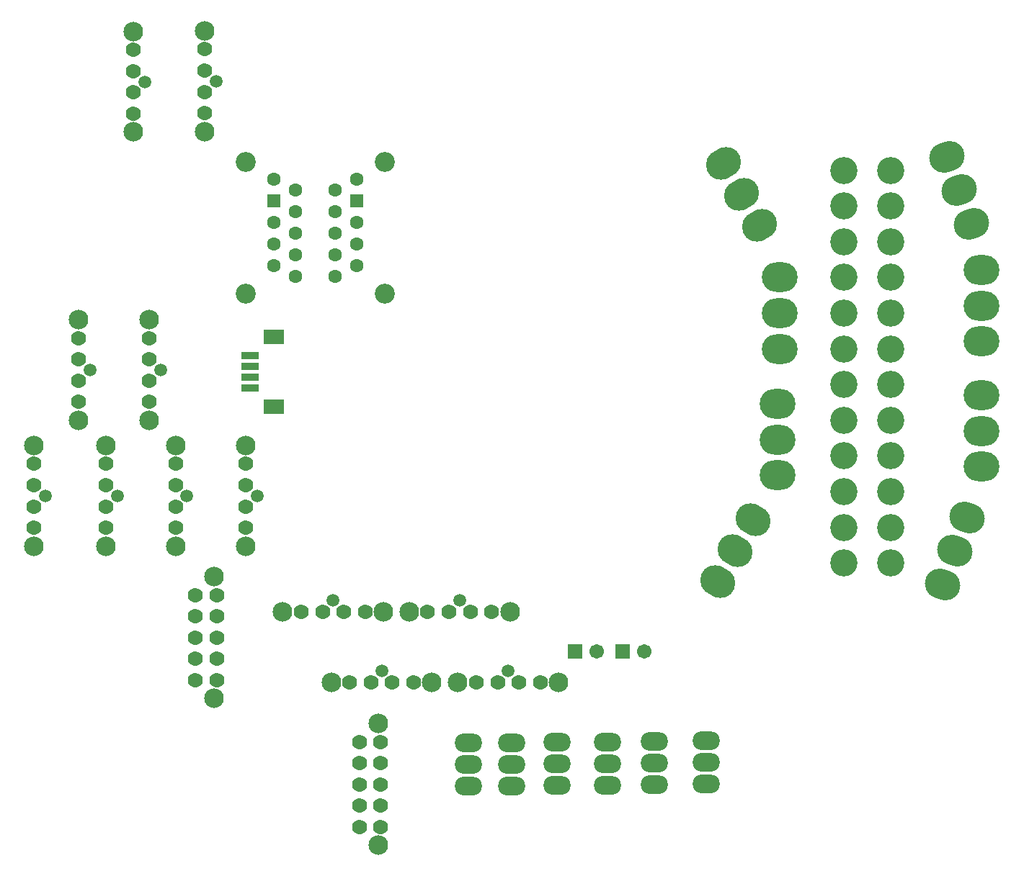
<source format=gts>
G04*
G04 #@! TF.GenerationSoftware,Altium Limited,Altium Designer,18.1.9 (240)*
G04*
G04 Layer_Color=8388736*
%FSLAX25Y25*%
%MOIN*%
G70*
G01*
G75*
%ADD15R,0.07887X0.03556*%
%ADD16R,0.09461X0.07099*%
%ADD17R,0.06706X0.06706*%
%ADD18C,0.06706*%
%ADD19C,0.05918*%
%ADD20C,0.06942*%
%ADD21C,0.09068*%
%ADD22O,0.12611X0.08674*%
%ADD23C,0.12611*%
G04:AMPARAMS|DCode=24|XSize=137.92mil|YSize=165.48mil|CornerRadius=0mil|HoleSize=0mil|Usage=FLASHONLY|Rotation=60.000|XOffset=0mil|YOffset=0mil|HoleType=Round|Shape=Round|*
%AMOVALD24*
21,1,0.02756,0.13792,0.00000,0.00000,150.0*
1,1,0.13792,0.01193,-0.00689*
1,1,0.13792,-0.01193,0.00689*
%
%ADD24OVALD24*%

G04:AMPARAMS|DCode=25|XSize=137.92mil|YSize=165.48mil|CornerRadius=0mil|HoleSize=0mil|Usage=FLASHONLY|Rotation=250.000|XOffset=0mil|YOffset=0mil|HoleType=Round|Shape=Round|*
%AMOVALD25*
21,1,0.02756,0.13792,0.00000,0.00000,340.0*
1,1,0.13792,-0.01295,0.00471*
1,1,0.13792,0.01295,-0.00471*
%
%ADD25OVALD25*%

%ADD26O,0.16548X0.13792*%
G04:AMPARAMS|DCode=27|XSize=137.92mil|YSize=165.48mil|CornerRadius=0mil|HoleSize=0mil|Usage=FLASHONLY|Rotation=120.000|XOffset=0mil|YOffset=0mil|HoleType=Round|Shape=Round|*
%AMOVALD27*
21,1,0.02756,0.13792,0.00000,0.00000,210.0*
1,1,0.13792,0.01193,0.00689*
1,1,0.13792,-0.01193,-0.00689*
%
%ADD27OVALD27*%

%ADD28C,0.06312*%
%ADD29R,0.06312X0.06312*%
%ADD30C,0.09265*%
G04:AMPARAMS|DCode=31|XSize=137.92mil|YSize=165.48mil|CornerRadius=0mil|HoleSize=0mil|Usage=FLASHONLY|Rotation=290.000|XOffset=0mil|YOffset=0mil|HoleType=Round|Shape=Round|*
%AMOVALD31*
21,1,0.02756,0.13792,0.00000,0.00000,20.0*
1,1,0.13792,-0.01295,-0.00471*
1,1,0.13792,0.01295,0.00471*
%
%ADD31OVALD31*%

D15*
X136500Y234579D02*
D03*
Y239500D02*
D03*
Y244421D02*
D03*
Y249342D02*
D03*
D16*
X147524Y258201D02*
D03*
Y225721D02*
D03*
D17*
X287000Y112500D02*
D03*
X309000D02*
D03*
D18*
X297000D02*
D03*
X319000D02*
D03*
D19*
X121000Y376500D02*
D03*
X87776Y376236D02*
D03*
X75177Y184500D02*
D03*
X140000D02*
D03*
X42000D02*
D03*
X107401D02*
D03*
X95177Y242764D02*
D03*
X62677Y242736D02*
D03*
X197421Y103429D02*
D03*
X256000Y103500D02*
D03*
X175000Y136000D02*
D03*
X233500D02*
D03*
D20*
X115724Y391264D02*
D03*
Y381421D02*
D03*
Y371579D02*
D03*
Y361736D02*
D03*
X82500Y391000D02*
D03*
Y381157D02*
D03*
Y371315D02*
D03*
Y361472D02*
D03*
X187157Y31157D02*
D03*
X197000D02*
D03*
X187157Y41000D02*
D03*
X197000D02*
D03*
X187157Y50842D02*
D03*
Y60685D02*
D03*
X197000Y70528D02*
D03*
Y60685D02*
D03*
Y50842D02*
D03*
X187157Y70528D02*
D03*
X69901Y199264D02*
D03*
Y189421D02*
D03*
Y179579D02*
D03*
Y169736D02*
D03*
X134724D02*
D03*
Y179579D02*
D03*
Y189421D02*
D03*
Y199264D02*
D03*
X36724D02*
D03*
Y189421D02*
D03*
Y179579D02*
D03*
Y169736D02*
D03*
X102126D02*
D03*
Y179579D02*
D03*
Y189421D02*
D03*
Y199264D02*
D03*
X89901Y228000D02*
D03*
Y237842D02*
D03*
Y247685D02*
D03*
Y257528D02*
D03*
X57401Y257500D02*
D03*
Y247657D02*
D03*
Y237815D02*
D03*
Y227972D02*
D03*
X212185Y98154D02*
D03*
X202343D02*
D03*
X192500D02*
D03*
X182658D02*
D03*
X270764Y98224D02*
D03*
X260921D02*
D03*
X251079D02*
D03*
X241236D02*
D03*
X111252Y99158D02*
D03*
X121095D02*
D03*
X111252Y109000D02*
D03*
X121095D02*
D03*
X111252Y118842D02*
D03*
Y128685D02*
D03*
X121095Y138528D02*
D03*
Y128685D02*
D03*
Y118842D02*
D03*
X111252Y138528D02*
D03*
X189764Y130724D02*
D03*
X179921D02*
D03*
X170079D02*
D03*
X160236D02*
D03*
X248264D02*
D03*
X238421D02*
D03*
X228579D02*
D03*
X218736D02*
D03*
D21*
X115724Y353193D02*
D03*
Y399807D02*
D03*
X82500Y352929D02*
D03*
Y399543D02*
D03*
X195858Y22614D02*
D03*
Y79071D02*
D03*
X69901Y161193D02*
D03*
Y207807D02*
D03*
X134724D02*
D03*
Y161193D02*
D03*
X36724D02*
D03*
Y207807D02*
D03*
X102126D02*
D03*
Y161193D02*
D03*
X89901Y266071D02*
D03*
Y219457D02*
D03*
X57401Y219429D02*
D03*
Y266043D02*
D03*
X174114Y98154D02*
D03*
X220728D02*
D03*
X232693Y98224D02*
D03*
X279307D02*
D03*
X119953Y90614D02*
D03*
Y147071D02*
D03*
X151693Y130724D02*
D03*
X198307D02*
D03*
X210193D02*
D03*
X256807D02*
D03*
D22*
X323500Y70685D02*
D03*
Y60685D02*
D03*
Y50685D02*
D03*
X237500Y70000D02*
D03*
Y60000D02*
D03*
Y50000D02*
D03*
X278500Y70429D02*
D03*
Y60429D02*
D03*
Y50429D02*
D03*
X347500Y71000D02*
D03*
Y61000D02*
D03*
Y51000D02*
D03*
X302000Y70429D02*
D03*
Y60429D02*
D03*
Y50429D02*
D03*
X257500Y70000D02*
D03*
Y60000D02*
D03*
Y50000D02*
D03*
D23*
X433000Y153323D02*
D03*
Y169858D02*
D03*
Y186394D02*
D03*
Y202929D02*
D03*
Y219465D02*
D03*
Y236000D02*
D03*
Y252535D02*
D03*
Y269071D02*
D03*
Y285606D02*
D03*
Y302142D02*
D03*
Y318677D02*
D03*
Y335213D02*
D03*
X411346Y153323D02*
D03*
Y169858D02*
D03*
Y186394D02*
D03*
Y202929D02*
D03*
Y219465D02*
D03*
Y236000D02*
D03*
Y252535D02*
D03*
Y269071D02*
D03*
Y285606D02*
D03*
Y302142D02*
D03*
Y318677D02*
D03*
Y335213D02*
D03*
D24*
X352750Y144711D02*
D03*
X361000Y159000D02*
D03*
X369285Y173351D02*
D03*
D25*
X468143Y174505D02*
D03*
X462500Y159000D02*
D03*
X456832Y143429D02*
D03*
D26*
X380500Y194000D02*
D03*
Y210500D02*
D03*
Y227071D02*
D03*
X475000Y231000D02*
D03*
Y214500D02*
D03*
Y197929D02*
D03*
X381500Y252571D02*
D03*
Y269071D02*
D03*
Y285642D02*
D03*
X475000Y289000D02*
D03*
Y272500D02*
D03*
Y255929D02*
D03*
D27*
X372250Y309711D02*
D03*
X364000Y324000D02*
D03*
X355715Y338351D02*
D03*
D28*
X157500Y286000D02*
D03*
X147500Y291000D02*
D03*
X157500Y296000D02*
D03*
X147500Y301000D02*
D03*
X157500Y306000D02*
D03*
X147500Y311000D02*
D03*
X157500Y316000D02*
D03*
Y326000D02*
D03*
X147500Y331000D02*
D03*
X176000Y286000D02*
D03*
X186000Y291000D02*
D03*
X176000Y296000D02*
D03*
X186000Y301000D02*
D03*
X176000Y306000D02*
D03*
X186000Y311000D02*
D03*
X176000Y316000D02*
D03*
Y326000D02*
D03*
X186000Y331000D02*
D03*
D29*
X147500Y321000D02*
D03*
X186000D02*
D03*
D30*
X134508Y338992D02*
D03*
Y278008D02*
D03*
X198992Y338992D02*
D03*
Y278008D02*
D03*
D31*
X458857Y341505D02*
D03*
X464500Y326000D02*
D03*
X470168Y310429D02*
D03*
M02*

</source>
